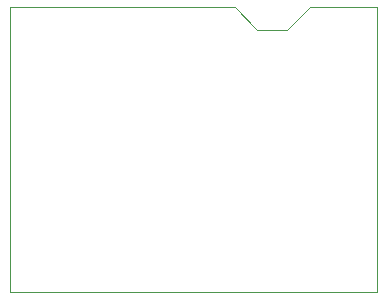
<source format=gbr>
%TF.GenerationSoftware,KiCad,Pcbnew,4.0.7*%
%TF.CreationDate,2018-08-19T23:23:26+02:00*%
%TF.ProjectId,HB-UNI-644-S4-A4,48422D554E492D3634342D53342D4134,2.0*%
%TF.FileFunction,Profile,NP*%
%FSLAX46Y46*%
G04 Gerber Fmt 4.6, Leading zero omitted, Abs format (unit mm)*
G04 Created by KiCad (PCBNEW 4.0.7) date 08/19/18 23:23:26*
%MOMM*%
%LPD*%
G01*
G04 APERTURE LIST*
%ADD10C,0.100000*%
G04 APERTURE END LIST*
D10*
X107950000Y-81915000D02*
X88900000Y-81915000D01*
X114300000Y-81915000D02*
X120015000Y-81915000D01*
X109855000Y-83820000D02*
X107950000Y-81915000D01*
X112395000Y-83820000D02*
X109855000Y-83820000D01*
X114300000Y-81915000D02*
X112395000Y-83820000D01*
X88900000Y-106045000D02*
X88900000Y-81915000D01*
X120015000Y-106045000D02*
X88900000Y-106045000D01*
X120015000Y-81915000D02*
X120015000Y-106045000D01*
M02*

</source>
